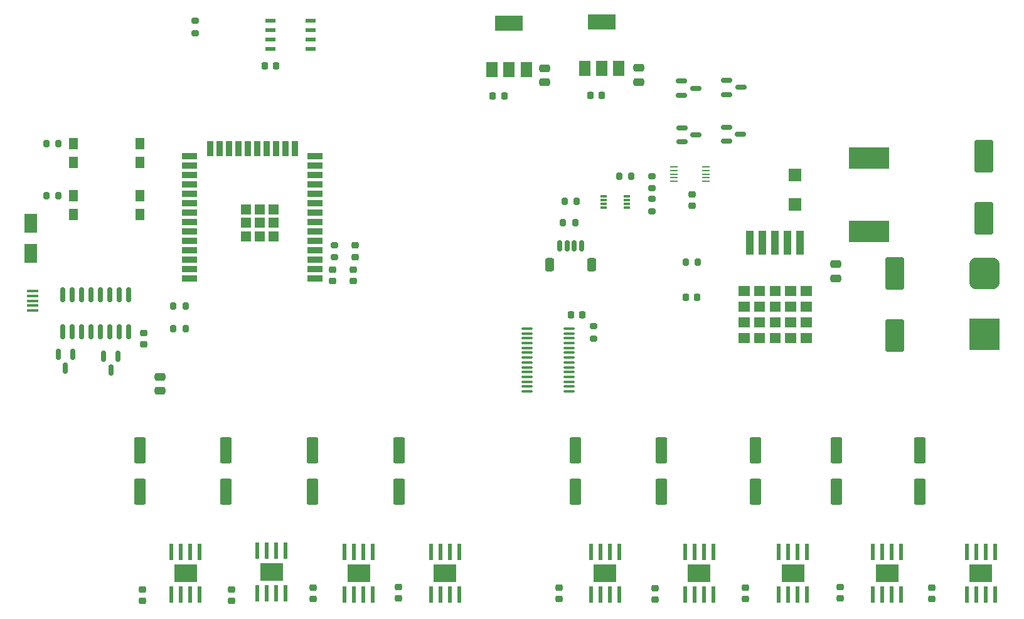
<source format=gbr>
%TF.GenerationSoftware,KiCad,Pcbnew,7.0.9*%
%TF.CreationDate,2024-01-10T08:13:28-06:00*%
%TF.ProjectId,RC15,52433135-2e6b-4696-9361-645f70636258,rev?*%
%TF.SameCoordinates,Original*%
%TF.FileFunction,Paste,Top*%
%TF.FilePolarity,Positive*%
%FSLAX46Y46*%
G04 Gerber Fmt 4.6, Leading zero omitted, Abs format (unit mm)*
G04 Created by KiCad (PCBNEW 7.0.9) date 2024-01-10 08:13:28*
%MOMM*%
%LPD*%
G01*
G04 APERTURE LIST*
G04 Aperture macros list*
%AMRoundRect*
0 Rectangle with rounded corners*
0 $1 Rounding radius*
0 $2 $3 $4 $5 $6 $7 $8 $9 X,Y pos of 4 corners*
0 Add a 4 corners polygon primitive as box body*
4,1,4,$2,$3,$4,$5,$6,$7,$8,$9,$2,$3,0*
0 Add four circle primitives for the rounded corners*
1,1,$1+$1,$2,$3*
1,1,$1+$1,$4,$5*
1,1,$1+$1,$6,$7*
1,1,$1+$1,$8,$9*
0 Add four rect primitives between the rounded corners*
20,1,$1+$1,$2,$3,$4,$5,0*
20,1,$1+$1,$4,$5,$6,$7,0*
20,1,$1+$1,$6,$7,$8,$9,0*
20,1,$1+$1,$8,$9,$2,$3,0*%
G04 Aperture macros list end*
%ADD10C,0.010000*%
%ADD11R,1.330000X1.330000*%
%ADD12R,2.000000X0.900000*%
%ADD13R,0.900000X2.000000*%
%ADD14R,1.460500X0.533400*%
%ADD15RoundRect,0.150000X-0.587500X-0.150000X0.587500X-0.150000X0.587500X0.150000X-0.587500X0.150000X0*%
%ADD16RoundRect,0.225000X-0.250000X0.225000X-0.250000X-0.225000X0.250000X-0.225000X0.250000X0.225000X0*%
%ADD17RoundRect,0.150000X-0.150000X0.825000X-0.150000X-0.825000X0.150000X-0.825000X0.150000X0.825000X0*%
%ADD18RoundRect,0.250000X-0.475000X0.250000X-0.475000X-0.250000X0.475000X-0.250000X0.475000X0.250000X0*%
%ADD19R,1.500000X2.000000*%
%ADD20R,3.800000X2.000000*%
%ADD21R,0.500000X2.200000*%
%ADD22R,3.100000X2.400000*%
%ADD23RoundRect,0.250000X0.550000X-1.500000X0.550000X1.500000X-0.550000X1.500000X-0.550000X-1.500000X0*%
%ADD24R,5.400000X2.900000*%
%ADD25RoundRect,0.200000X0.200000X0.275000X-0.200000X0.275000X-0.200000X-0.275000X0.200000X-0.275000X0*%
%ADD26RoundRect,0.200000X0.275000X-0.200000X0.275000X0.200000X-0.275000X0.200000X-0.275000X-0.200000X0*%
%ADD27RoundRect,0.150000X0.150000X0.625000X-0.150000X0.625000X-0.150000X-0.625000X0.150000X-0.625000X0*%
%ADD28RoundRect,0.250000X0.350000X0.650000X-0.350000X0.650000X-0.350000X-0.650000X0.350000X-0.650000X0*%
%ADD29RoundRect,0.200000X-0.200000X-0.275000X0.200000X-0.275000X0.200000X0.275000X-0.200000X0.275000X0*%
%ADD30RoundRect,0.100000X-0.637500X-0.100000X0.637500X-0.100000X0.637500X0.100000X-0.637500X0.100000X0*%
%ADD31R,1.500000X0.450000*%
%ADD32R,1.100000X0.250000*%
%ADD33RoundRect,0.225000X0.225000X0.250000X-0.225000X0.250000X-0.225000X-0.250000X0.225000X-0.250000X0*%
%ADD34R,1.300000X1.500000*%
%ADD35RoundRect,0.200000X-0.275000X0.200000X-0.275000X-0.200000X0.275000X-0.200000X0.275000X0.200000X0*%
%ADD36R,1.050000X3.210000*%
%ADD37R,0.850000X0.300000*%
%ADD38RoundRect,0.218750X-0.218750X-0.256250X0.218750X-0.256250X0.218750X0.256250X-0.218750X0.256250X0*%
%ADD39RoundRect,0.225000X-0.225000X-0.250000X0.225000X-0.250000X0.225000X0.250000X-0.225000X0.250000X0*%
%ADD40RoundRect,0.150000X-0.150000X0.587500X-0.150000X-0.587500X0.150000X-0.587500X0.150000X0.587500X0*%
%ADD41RoundRect,0.250000X-1.000000X1.950000X-1.000000X-1.950000X1.000000X-1.950000X1.000000X1.950000X0*%
%ADD42RoundRect,1.025000X-1.025000X-1.125000X1.025000X-1.125000X1.025000X1.125000X-1.025000X1.125000X0*%
%ADD43R,4.100000X4.300000*%
%ADD44RoundRect,0.225000X0.250000X-0.225000X0.250000X0.225000X-0.250000X0.225000X-0.250000X-0.225000X0*%
%ADD45R,1.800000X1.800000*%
%ADD46R,1.700000X2.500000*%
G04 APERTURE END LIST*
%TO.C,IC2*%
D10*
X132033375Y-64243250D02*
X130613375Y-64243250D01*
X130613375Y-62983250D01*
X132033375Y-62983250D01*
X132033375Y-64243250D01*
G36*
X132033375Y-64243250D02*
G01*
X130613375Y-64243250D01*
X130613375Y-62983250D01*
X132033375Y-62983250D01*
X132033375Y-64243250D01*
G37*
X129923375Y-64243250D02*
X128503375Y-64243250D01*
X128503375Y-62983250D01*
X129923375Y-62983250D01*
X129923375Y-64243250D01*
G36*
X129923375Y-64243250D02*
G01*
X128503375Y-64243250D01*
X128503375Y-62983250D01*
X129923375Y-62983250D01*
X129923375Y-64243250D01*
G37*
X127813375Y-64243250D02*
X126393375Y-64243250D01*
X126393375Y-62983250D01*
X127813375Y-62983250D01*
X127813375Y-64243250D01*
G36*
X127813375Y-64243250D02*
G01*
X126393375Y-64243250D01*
X126393375Y-62983250D01*
X127813375Y-62983250D01*
X127813375Y-64243250D01*
G37*
X125703375Y-64243250D02*
X124283375Y-64243250D01*
X124283375Y-62983250D01*
X125703375Y-62983250D01*
X125703375Y-64243250D01*
G36*
X125703375Y-64243250D02*
G01*
X124283375Y-64243250D01*
X124283375Y-62983250D01*
X125703375Y-62983250D01*
X125703375Y-64243250D01*
G37*
X123593375Y-64243250D02*
X122173375Y-64243250D01*
X122173375Y-62983250D01*
X123593375Y-62983250D01*
X123593375Y-64243250D01*
G36*
X123593375Y-64243250D02*
G01*
X122173375Y-64243250D01*
X122173375Y-62983250D01*
X123593375Y-62983250D01*
X123593375Y-64243250D01*
G37*
X132033375Y-66363250D02*
X130613375Y-66363250D01*
X130613375Y-65103250D01*
X132033375Y-65103250D01*
X132033375Y-66363250D01*
G36*
X132033375Y-66363250D02*
G01*
X130613375Y-66363250D01*
X130613375Y-65103250D01*
X132033375Y-65103250D01*
X132033375Y-66363250D01*
G37*
X129923375Y-66363250D02*
X128503375Y-66363250D01*
X128503375Y-65103250D01*
X129923375Y-65103250D01*
X129923375Y-66363250D01*
G36*
X129923375Y-66363250D02*
G01*
X128503375Y-66363250D01*
X128503375Y-65103250D01*
X129923375Y-65103250D01*
X129923375Y-66363250D01*
G37*
X127813375Y-66363250D02*
X126393375Y-66363250D01*
X126393375Y-65103250D01*
X127813375Y-65103250D01*
X127813375Y-66363250D01*
G36*
X127813375Y-66363250D02*
G01*
X126393375Y-66363250D01*
X126393375Y-65103250D01*
X127813375Y-65103250D01*
X127813375Y-66363250D01*
G37*
X125703375Y-66363250D02*
X124283375Y-66363250D01*
X124283375Y-65103250D01*
X125703375Y-65103250D01*
X125703375Y-66363250D01*
G36*
X125703375Y-66363250D02*
G01*
X124283375Y-66363250D01*
X124283375Y-65103250D01*
X125703375Y-65103250D01*
X125703375Y-66363250D01*
G37*
X123593375Y-66363250D02*
X122173375Y-66363250D01*
X122173375Y-65103250D01*
X123593375Y-65103250D01*
X123593375Y-66363250D01*
G36*
X123593375Y-66363250D02*
G01*
X122173375Y-66363250D01*
X122173375Y-65103250D01*
X123593375Y-65103250D01*
X123593375Y-66363250D01*
G37*
X132033375Y-68483250D02*
X130613375Y-68483250D01*
X130613375Y-67223250D01*
X132033375Y-67223250D01*
X132033375Y-68483250D01*
G36*
X132033375Y-68483250D02*
G01*
X130613375Y-68483250D01*
X130613375Y-67223250D01*
X132033375Y-67223250D01*
X132033375Y-68483250D01*
G37*
X129923375Y-68483250D02*
X128503375Y-68483250D01*
X128503375Y-67223250D01*
X129923375Y-67223250D01*
X129923375Y-68483250D01*
G36*
X129923375Y-68483250D02*
G01*
X128503375Y-68483250D01*
X128503375Y-67223250D01*
X129923375Y-67223250D01*
X129923375Y-68483250D01*
G37*
X127813375Y-68483250D02*
X126393375Y-68483250D01*
X126393375Y-67223250D01*
X127813375Y-67223250D01*
X127813375Y-68483250D01*
G36*
X127813375Y-68483250D02*
G01*
X126393375Y-68483250D01*
X126393375Y-67223250D01*
X127813375Y-67223250D01*
X127813375Y-68483250D01*
G37*
X125703375Y-68483250D02*
X124283375Y-68483250D01*
X124283375Y-67223250D01*
X125703375Y-67223250D01*
X125703375Y-68483250D01*
G36*
X125703375Y-68483250D02*
G01*
X124283375Y-68483250D01*
X124283375Y-67223250D01*
X125703375Y-67223250D01*
X125703375Y-68483250D01*
G37*
X123593375Y-68483250D02*
X122173375Y-68483250D01*
X122173375Y-67223250D01*
X123593375Y-67223250D01*
X123593375Y-68483250D01*
G36*
X123593375Y-68483250D02*
G01*
X122173375Y-68483250D01*
X122173375Y-67223250D01*
X123593375Y-67223250D01*
X123593375Y-68483250D01*
G37*
X132033375Y-70603250D02*
X130613375Y-70603250D01*
X130613375Y-69343250D01*
X132033375Y-69343250D01*
X132033375Y-70603250D01*
G36*
X132033375Y-70603250D02*
G01*
X130613375Y-70603250D01*
X130613375Y-69343250D01*
X132033375Y-69343250D01*
X132033375Y-70603250D01*
G37*
X129923375Y-70603250D02*
X128503375Y-70603250D01*
X128503375Y-69343250D01*
X129923375Y-69343250D01*
X129923375Y-70603250D01*
G36*
X129923375Y-70603250D02*
G01*
X128503375Y-70603250D01*
X128503375Y-69343250D01*
X129923375Y-69343250D01*
X129923375Y-70603250D01*
G37*
X127813375Y-70603250D02*
X126393375Y-70603250D01*
X126393375Y-69343250D01*
X127813375Y-69343250D01*
X127813375Y-70603250D01*
G36*
X127813375Y-70603250D02*
G01*
X126393375Y-70603250D01*
X126393375Y-69343250D01*
X127813375Y-69343250D01*
X127813375Y-70603250D01*
G37*
X125703375Y-70603250D02*
X124283375Y-70603250D01*
X124283375Y-69343250D01*
X125703375Y-69343250D01*
X125703375Y-70603250D01*
G36*
X125703375Y-70603250D02*
G01*
X124283375Y-70603250D01*
X124283375Y-69343250D01*
X125703375Y-69343250D01*
X125703375Y-70603250D01*
G37*
X123593375Y-70603250D02*
X122173375Y-70603250D01*
X122173375Y-69343250D01*
X123593375Y-69343250D01*
X123593375Y-70603250D01*
G36*
X123593375Y-70603250D02*
G01*
X122173375Y-70603250D01*
X122173375Y-69343250D01*
X123593375Y-69343250D01*
X123593375Y-70603250D01*
G37*
%TD*%
D11*
%TO.C,U15*%
X59421100Y-52639300D03*
X57586100Y-52639300D03*
X55751100Y-52639300D03*
X59421100Y-54474300D03*
X57586100Y-54474300D03*
X55751100Y-54474300D03*
X59421100Y-56309300D03*
X57586100Y-56309300D03*
X55751100Y-56309300D03*
D12*
X48086100Y-61974300D03*
X48086100Y-60704300D03*
X48086100Y-59434300D03*
X48086100Y-58164300D03*
X48086100Y-56894300D03*
X48086100Y-55624300D03*
X48086100Y-54354300D03*
X48086100Y-53084300D03*
X48086100Y-51814300D03*
X48086100Y-50544300D03*
X48086100Y-49274300D03*
X48086100Y-48004300D03*
X48086100Y-46734300D03*
X48086100Y-45464300D03*
D13*
X50871100Y-44464300D03*
X52141100Y-44464300D03*
X53411100Y-44464300D03*
X54681100Y-44464300D03*
X55951100Y-44464300D03*
X57221100Y-44464300D03*
X58491100Y-44464300D03*
X59761100Y-44464300D03*
X61031100Y-44464300D03*
X62301100Y-44464300D03*
D12*
X65086100Y-45464300D03*
X65086100Y-46734300D03*
X65086100Y-48004300D03*
X65086100Y-49274300D03*
X65086100Y-50544300D03*
X65086100Y-51814300D03*
X65086100Y-53084300D03*
X65086100Y-54354300D03*
X65086100Y-55624300D03*
X65086100Y-56894300D03*
X65086100Y-58164300D03*
X65086100Y-59434300D03*
X65086100Y-60704300D03*
X65086100Y-61974300D03*
%TD*%
D14*
%TO.C,U7*%
X64474150Y-31005000D03*
X64474150Y-29735000D03*
X64474150Y-28465000D03*
X64474150Y-27195000D03*
X59025850Y-27195000D03*
X59025850Y-28465000D03*
X59025850Y-29735000D03*
X59025850Y-31005000D03*
%TD*%
D15*
%TO.C,D5*%
X114525000Y-35350000D03*
X114525000Y-37250000D03*
X116400000Y-36300000D03*
%TD*%
D16*
%TO.C,C15*%
X53750000Y-103975000D03*
X53750000Y-105525000D03*
%TD*%
D17*
%TO.C,U3*%
X39934300Y-64215700D03*
X38664300Y-64215700D03*
X37394300Y-64215700D03*
X36124300Y-64215700D03*
X34854300Y-64215700D03*
X33584300Y-64215700D03*
X32314300Y-64215700D03*
X31044300Y-64215700D03*
X31044300Y-69165700D03*
X32314300Y-69165700D03*
X33584300Y-69165700D03*
X34854300Y-69165700D03*
X36124300Y-69165700D03*
X37394300Y-69165700D03*
X38664300Y-69165700D03*
X39934300Y-69165700D03*
%TD*%
D18*
%TO.C,C7*%
X108750000Y-33550000D03*
X108750000Y-35450000D03*
%TD*%
D16*
%TO.C,C33*%
X98000000Y-103725000D03*
X98000000Y-105275000D03*
%TD*%
D19*
%TO.C,IC1*%
X101450000Y-33650000D03*
X103750000Y-33650000D03*
X106050000Y-33650000D03*
D20*
X103750000Y-27350000D03*
%TD*%
D21*
%TO.C,U10*%
X106105000Y-104675000D03*
X104835000Y-104675000D03*
X103565000Y-104675000D03*
X102295000Y-104675000D03*
X102295000Y-98925000D03*
X103565000Y-98925000D03*
X104835000Y-98925000D03*
X106105000Y-98925000D03*
D22*
X104200000Y-101800000D03*
%TD*%
D23*
%TO.C,C47*%
X146700000Y-90814434D03*
X146700000Y-85214434D03*
%TD*%
%TO.C,C37*%
X64733332Y-90814434D03*
X64733332Y-85214434D03*
%TD*%
D24*
%TO.C,L1*%
X139803375Y-55650000D03*
X139803375Y-45750000D03*
%TD*%
D25*
%TO.C,R3*%
X116700000Y-59800000D03*
X115050000Y-59800000D03*
%TD*%
D26*
%TO.C,R4*%
X67684300Y-59140700D03*
X67684300Y-57490700D03*
%TD*%
D15*
%TO.C,D8*%
X120575000Y-41550000D03*
X120575000Y-43450000D03*
X122450000Y-42500000D03*
%TD*%
D19*
%TO.C,IC4*%
X88950000Y-33837500D03*
X91250000Y-33837500D03*
X93550000Y-33837500D03*
D20*
X91250000Y-27537500D03*
%TD*%
D16*
%TO.C,C11*%
X70184300Y-60790700D03*
X70184300Y-62340700D03*
%TD*%
D18*
%TO.C,C14*%
X96000000Y-33600000D03*
X96000000Y-35500000D03*
%TD*%
D27*
%TO.C,J9*%
X101050000Y-57575000D03*
X100050000Y-57575000D03*
X99050000Y-57575000D03*
X98050000Y-57575000D03*
D28*
X102350000Y-60100000D03*
X96750000Y-60100000D03*
%TD*%
D15*
%TO.C,D6*%
X114584586Y-41640414D03*
X114584586Y-43540414D03*
X116459586Y-42590414D03*
%TD*%
%TO.C,D7*%
X120625000Y-35250000D03*
X120625000Y-37150000D03*
X122500000Y-36200000D03*
%TD*%
D29*
%TO.C,R28*%
X98525000Y-54450000D03*
X100175000Y-54450000D03*
%TD*%
D21*
%TO.C,U5*%
X61105000Y-104525000D03*
X59835000Y-104525000D03*
X58565000Y-104525000D03*
X57295000Y-104525000D03*
X57295000Y-98775000D03*
X58565000Y-98775000D03*
X59835000Y-98775000D03*
X61105000Y-98775000D03*
D22*
X59200000Y-101650000D03*
%TD*%
D30*
%TO.C,U6*%
X93637500Y-68775000D03*
X93637500Y-69425000D03*
X93637500Y-70075000D03*
X93637500Y-70725000D03*
X93637500Y-71375000D03*
X93637500Y-72025000D03*
X93637500Y-72675000D03*
X93637500Y-73325000D03*
X93637500Y-73975000D03*
X93637500Y-74625000D03*
X93637500Y-75275000D03*
X93637500Y-75925000D03*
X93637500Y-76575000D03*
X93637500Y-77225000D03*
X99362500Y-77225000D03*
X99362500Y-76575000D03*
X99362500Y-75925000D03*
X99362500Y-75275000D03*
X99362500Y-74625000D03*
X99362500Y-73975000D03*
X99362500Y-73325000D03*
X99362500Y-72675000D03*
X99362500Y-72025000D03*
X99362500Y-71375000D03*
X99362500Y-70725000D03*
X99362500Y-70075000D03*
X99362500Y-69425000D03*
X99362500Y-68775000D03*
%TD*%
D23*
%TO.C,C16*%
X53000000Y-90800000D03*
X53000000Y-85200000D03*
%TD*%
D29*
%TO.C,R2*%
X28784300Y-43815700D03*
X30434300Y-43815700D03*
%TD*%
D16*
%TO.C,C1*%
X41750000Y-103950000D03*
X41750000Y-105500000D03*
%TD*%
D23*
%TO.C,C39*%
X100200000Y-90814434D03*
X100200000Y-85214434D03*
%TD*%
D31*
%TO.C,J1*%
X26934300Y-63715700D03*
X26934300Y-64365700D03*
X26934300Y-65015700D03*
X26934300Y-65665700D03*
X26934300Y-66315700D03*
%TD*%
D32*
%TO.C,U16*%
X117800000Y-48900000D03*
X117800000Y-48400000D03*
X117800000Y-47900000D03*
X117800000Y-47400000D03*
X117800000Y-46900000D03*
X113500000Y-46900000D03*
X113500000Y-47400000D03*
X113500000Y-47900000D03*
X113500000Y-48400000D03*
X113500000Y-48900000D03*
%TD*%
D33*
%TO.C,C5*%
X103750000Y-37250000D03*
X102200000Y-37250000D03*
%TD*%
D21*
%TO.C,U2*%
X49505000Y-104675000D03*
X48235000Y-104675000D03*
X46965000Y-104675000D03*
X45695000Y-104675000D03*
X45695000Y-98925000D03*
X46965000Y-98925000D03*
X48235000Y-98925000D03*
X49505000Y-98925000D03*
D22*
X47600000Y-101800000D03*
%TD*%
D18*
%TO.C,C8*%
X135303375Y-60050000D03*
X135303375Y-61950000D03*
%TD*%
D34*
%TO.C,U1*%
X32434300Y-43795700D03*
X32434300Y-46335700D03*
X41434300Y-46335700D03*
X41434300Y-43795700D03*
%TD*%
D21*
%TO.C,U8*%
X72838332Y-104675000D03*
X71568332Y-104675000D03*
X70298332Y-104675000D03*
X69028332Y-104675000D03*
X69028332Y-98925000D03*
X70298332Y-98925000D03*
X71568332Y-98925000D03*
X72838332Y-98925000D03*
D22*
X70933332Y-101800000D03*
%TD*%
D29*
%TO.C,R5*%
X45925000Y-65750000D03*
X47575000Y-65750000D03*
%TD*%
%TO.C,R6*%
X45925000Y-68750000D03*
X47575000Y-68750000D03*
%TD*%
D23*
%TO.C,C46*%
X135400000Y-90814434D03*
X135400000Y-85214434D03*
%TD*%
D35*
%TO.C,R7*%
X48850000Y-27225000D03*
X48850000Y-28875000D03*
%TD*%
D34*
%TO.C,U4*%
X32434300Y-50795700D03*
X32434300Y-53335700D03*
X41434300Y-53335700D03*
X41434300Y-50795700D03*
%TD*%
D36*
%TO.C,IC2*%
X130503375Y-57163250D03*
X128803375Y-57163250D03*
X127103375Y-57163250D03*
X125403375Y-57163250D03*
X123703375Y-57163250D03*
%TD*%
D16*
%TO.C,C43*%
X148300000Y-103725000D03*
X148300000Y-105275000D03*
%TD*%
%TO.C,C41*%
X123100000Y-103725000D03*
X123100000Y-105275000D03*
%TD*%
D25*
%TO.C,R26*%
X107725000Y-48150000D03*
X106075000Y-48150000D03*
%TD*%
D16*
%TO.C,C9*%
X67434300Y-60790700D03*
X67434300Y-62340700D03*
%TD*%
%TO.C,C3*%
X41934300Y-69340700D03*
X41934300Y-70890700D03*
%TD*%
D37*
%TO.C,IC3*%
X103992000Y-50900000D03*
X103992000Y-51400000D03*
X103992000Y-51900000D03*
X103992000Y-52400000D03*
X107142000Y-52400000D03*
X107142000Y-51900000D03*
X107142000Y-51400000D03*
X107142000Y-50900000D03*
%TD*%
D29*
%TO.C,R27*%
X98725000Y-51550000D03*
X100375000Y-51550000D03*
%TD*%
D38*
%TO.C,D1*%
X115050000Y-64500000D03*
X116625000Y-64500000D03*
%TD*%
D26*
%TO.C,R25*%
X110500000Y-52925000D03*
X110500000Y-51275000D03*
%TD*%
D39*
%TO.C,C31*%
X99575000Y-66900000D03*
X101125000Y-66900000D03*
%TD*%
D23*
%TO.C,C44*%
X111800000Y-90814434D03*
X111800000Y-85214434D03*
%TD*%
D35*
%TO.C,R24*%
X110500000Y-48150000D03*
X110500000Y-49800000D03*
%TD*%
D23*
%TO.C,C45*%
X124500000Y-90814434D03*
X124500000Y-85214434D03*
%TD*%
D18*
%TO.C,C4*%
X44134300Y-75265700D03*
X44134300Y-77165700D03*
%TD*%
D16*
%TO.C,C48*%
X115900000Y-50650000D03*
X115900000Y-52200000D03*
%TD*%
D40*
%TO.C,Q1*%
X32339300Y-72253200D03*
X30439300Y-72253200D03*
X31389300Y-74128200D03*
%TD*%
D41*
%TO.C,C12*%
X155303375Y-45500000D03*
X155303375Y-53900000D03*
%TD*%
D35*
%TO.C,R22*%
X102600000Y-68450000D03*
X102600000Y-70100000D03*
%TD*%
D23*
%TO.C,C38*%
X76400000Y-90814434D03*
X76400000Y-85214434D03*
%TD*%
D39*
%TO.C,C17*%
X58250850Y-33295000D03*
X59800850Y-33295000D03*
%TD*%
D29*
%TO.C,R1*%
X28784300Y-50835700D03*
X30434300Y-50835700D03*
%TD*%
D16*
%TO.C,C40*%
X110900000Y-103825000D03*
X110900000Y-105375000D03*
%TD*%
D42*
%TO.C,D3*%
X155403375Y-61300000D03*
D43*
X155403375Y-69500000D03*
%TD*%
D21*
%TO.C,U11*%
X118780000Y-104675000D03*
X117510000Y-104675000D03*
X116240000Y-104675000D03*
X114970000Y-104675000D03*
X114970000Y-98925000D03*
X116240000Y-98925000D03*
X117510000Y-98925000D03*
X118780000Y-98925000D03*
D22*
X116875000Y-101800000D03*
%TD*%
D16*
%TO.C,C42*%
X135900000Y-103625000D03*
X135900000Y-105175000D03*
%TD*%
D44*
%TO.C,C6*%
X70434300Y-59090700D03*
X70434300Y-57540700D03*
%TD*%
D40*
%TO.C,Q2*%
X38439300Y-72453200D03*
X36539300Y-72453200D03*
X37489300Y-74328200D03*
%TD*%
D21*
%TO.C,U9*%
X84505000Y-104675000D03*
X83235000Y-104675000D03*
X81965000Y-104675000D03*
X80695000Y-104675000D03*
X80695000Y-98925000D03*
X81965000Y-98925000D03*
X83235000Y-98925000D03*
X84505000Y-98925000D03*
D22*
X82600000Y-101800000D03*
%TD*%
D21*
%TO.C,U12*%
X131455000Y-104675000D03*
X130185000Y-104675000D03*
X128915000Y-104675000D03*
X127645000Y-104675000D03*
X127645000Y-98925000D03*
X128915000Y-98925000D03*
X130185000Y-98925000D03*
X131455000Y-98925000D03*
D22*
X129550000Y-101800000D03*
%TD*%
D45*
%TO.C,D2*%
X129803375Y-52000000D03*
X129803375Y-48000000D03*
%TD*%
D16*
%TO.C,C35*%
X76300000Y-103625000D03*
X76300000Y-105175000D03*
%TD*%
D23*
%TO.C,C2*%
X41400000Y-90814434D03*
X41400000Y-85214434D03*
%TD*%
D16*
%TO.C,C34*%
X64800000Y-103725000D03*
X64800000Y-105275000D03*
%TD*%
D21*
%TO.C,U13*%
X144130000Y-104675000D03*
X142860000Y-104675000D03*
X141590000Y-104675000D03*
X140320000Y-104675000D03*
X140320000Y-98925000D03*
X141590000Y-98925000D03*
X142860000Y-98925000D03*
X144130000Y-98925000D03*
D22*
X142225000Y-101800000D03*
%TD*%
D41*
%TO.C,C10*%
X143303375Y-61300000D03*
X143303375Y-69700000D03*
%TD*%
D33*
%TO.C,C13*%
X90575000Y-37337500D03*
X89025000Y-37337500D03*
%TD*%
D21*
%TO.C,U14*%
X156805000Y-104675000D03*
X155535000Y-104675000D03*
X154265000Y-104675000D03*
X152995000Y-104675000D03*
X152995000Y-98925000D03*
X154265000Y-98925000D03*
X155535000Y-98925000D03*
X156805000Y-98925000D03*
D22*
X154900000Y-101800000D03*
%TD*%
D46*
%TO.C,D4*%
X26684300Y-54565700D03*
X26684300Y-58565700D03*
%TD*%
M02*

</source>
